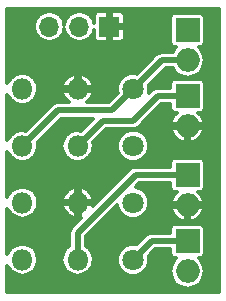
<source format=gbl>
G04 #@! TF.FileFunction,Copper,L2,Bot,Signal*
%FSLAX46Y46*%
G04 Gerber Fmt 4.6, Leading zero omitted, Abs format (unit mm)*
G04 Created by KiCad (PCBNEW 4.0.4-1.fc24-product) date Tue Jun 12 10:11:22 2018*
%MOMM*%
%LPD*%
G01*
G04 APERTURE LIST*
%ADD10C,0.100000*%
%ADD11O,1.998980X1.998980*%
%ADD12R,1.998980X1.998980*%
%ADD13O,1.800000X1.800000*%
%ADD14C,1.800000*%
%ADD15R,1.700000X1.700000*%
%ADD16O,1.700000X1.700000*%
%ADD17C,0.500000*%
%ADD18C,0.300000*%
G04 APERTURE END LIST*
D10*
D11*
X152800000Y-89400000D03*
D12*
X152800000Y-86860000D03*
D13*
X143500000Y-95900000D03*
D14*
X148200000Y-95900000D03*
D13*
X138800000Y-95900000D03*
D14*
X148200000Y-100730000D03*
D13*
X143500000Y-100730000D03*
X138800000Y-100730000D03*
D14*
X148200000Y-91100000D03*
D13*
X143500000Y-91100000D03*
X138800000Y-91100000D03*
D14*
X148200000Y-86300000D03*
D13*
X143500000Y-86300000D03*
X138800000Y-86300000D03*
D11*
X152800000Y-83840000D03*
D12*
X152800000Y-81300000D03*
D11*
X152800000Y-96100000D03*
D12*
X152800000Y-93560000D03*
D11*
X152800000Y-101700000D03*
D12*
X152800000Y-99160000D03*
D15*
X146180000Y-81000000D03*
D16*
X143640000Y-81000000D03*
X141100000Y-81000000D03*
D17*
X148153998Y-89000000D02*
X145600000Y-89000000D01*
X145600000Y-89000000D02*
X143500000Y-91100000D01*
X152800000Y-86860000D02*
X150293998Y-86860000D01*
X150293998Y-86860000D02*
X148153998Y-89000000D01*
X152800000Y-93560000D02*
X148393998Y-93560000D01*
X148393998Y-93560000D02*
X143500000Y-98453998D01*
X143500000Y-98453998D02*
X143500000Y-99457208D01*
X143500000Y-99457208D02*
X143500000Y-100730000D01*
X152800000Y-99160000D02*
X149770000Y-99160000D01*
X149770000Y-99160000D02*
X148200000Y-100730000D01*
X148200000Y-86300000D02*
X146400000Y-88100000D01*
X146400000Y-88100000D02*
X141800000Y-88100000D01*
X141800000Y-88100000D02*
X139699999Y-90200001D01*
X139699999Y-90200001D02*
X138800000Y-91100000D01*
X152800000Y-83840000D02*
X150660000Y-83840000D01*
X150660000Y-83840000D02*
X148200000Y-86300000D01*
X148400000Y-96100000D02*
X148200000Y-95900000D01*
D18*
G36*
X155475000Y-103475000D02*
X137525000Y-103475000D01*
X137525000Y-101240012D01*
X137526315Y-101246623D01*
X137818958Y-101684594D01*
X138256929Y-101977237D01*
X138773552Y-102080000D01*
X138826448Y-102080000D01*
X139343071Y-101977237D01*
X139781042Y-101684594D01*
X140073685Y-101246623D01*
X140176448Y-100730000D01*
X142123552Y-100730000D01*
X142226315Y-101246623D01*
X142518958Y-101684594D01*
X142956929Y-101977237D01*
X143473552Y-102080000D01*
X143526448Y-102080000D01*
X144043071Y-101977237D01*
X144481042Y-101684594D01*
X144773685Y-101246623D01*
X144823268Y-100997353D01*
X146849766Y-100997353D01*
X147054858Y-101493715D01*
X147434288Y-101873807D01*
X147930290Y-102079765D01*
X148467353Y-102080234D01*
X148963715Y-101875142D01*
X149343807Y-101495712D01*
X149549765Y-100999710D01*
X149550234Y-100462647D01*
X149523063Y-100396887D01*
X150059950Y-99860000D01*
X151341694Y-99860000D01*
X151341694Y-100159490D01*
X151373072Y-100326250D01*
X151471627Y-100479409D01*
X151622005Y-100582158D01*
X151800510Y-100618306D01*
X151817489Y-100618306D01*
X151775056Y-100646659D01*
X151460846Y-101116907D01*
X151350510Y-101671603D01*
X151350510Y-101728397D01*
X151460846Y-102283093D01*
X151775056Y-102753341D01*
X152245304Y-103067551D01*
X152800000Y-103177887D01*
X153354696Y-103067551D01*
X153824944Y-102753341D01*
X154139154Y-102283093D01*
X154249490Y-101728397D01*
X154249490Y-101671603D01*
X154139154Y-101116907D01*
X153824944Y-100646659D01*
X153782511Y-100618306D01*
X153799490Y-100618306D01*
X153966250Y-100586928D01*
X154119409Y-100488373D01*
X154222158Y-100337995D01*
X154258306Y-100159490D01*
X154258306Y-98160510D01*
X154226928Y-97993750D01*
X154128373Y-97840591D01*
X153977995Y-97737842D01*
X153799490Y-97701694D01*
X151800510Y-97701694D01*
X151633750Y-97733072D01*
X151480591Y-97831627D01*
X151377842Y-97982005D01*
X151341694Y-98160510D01*
X151341694Y-98460000D01*
X149770000Y-98460000D01*
X149502122Y-98513284D01*
X149502120Y-98513285D01*
X149502121Y-98513285D01*
X149275025Y-98665025D01*
X148533378Y-99406672D01*
X148469710Y-99380235D01*
X147932647Y-99379766D01*
X147436285Y-99584858D01*
X147056193Y-99964288D01*
X146850235Y-100460290D01*
X146849766Y-100997353D01*
X144823268Y-100997353D01*
X144876448Y-100730000D01*
X144773685Y-100213377D01*
X144481042Y-99775406D01*
X144200000Y-99587620D01*
X144200000Y-98743948D01*
X146849830Y-96094118D01*
X146849766Y-96167353D01*
X147054858Y-96663715D01*
X147434288Y-97043807D01*
X147930290Y-97249765D01*
X148467353Y-97250234D01*
X148963715Y-97045142D01*
X149343807Y-96665712D01*
X149423542Y-96473688D01*
X151399496Y-96473688D01*
X151649107Y-96981192D01*
X152073931Y-97354543D01*
X152426314Y-97500493D01*
X152650000Y-97428549D01*
X152650000Y-96250000D01*
X152950000Y-96250000D01*
X152950000Y-97428549D01*
X153173686Y-97500493D01*
X153526069Y-97354543D01*
X153950893Y-96981192D01*
X154200504Y-96473688D01*
X154129219Y-96250000D01*
X152950000Y-96250000D01*
X152650000Y-96250000D01*
X151470781Y-96250000D01*
X151399496Y-96473688D01*
X149423542Y-96473688D01*
X149549765Y-96169710D01*
X149550234Y-95632647D01*
X149345142Y-95136285D01*
X148965712Y-94756193D01*
X148469710Y-94550235D01*
X148393779Y-94550169D01*
X148683948Y-94260000D01*
X151341694Y-94260000D01*
X151341694Y-94559490D01*
X151373072Y-94726250D01*
X151471627Y-94879409D01*
X151622005Y-94982158D01*
X151800510Y-95018306D01*
X151877252Y-95018306D01*
X151649107Y-95218808D01*
X151399496Y-95726312D01*
X151470781Y-95950000D01*
X152650000Y-95950000D01*
X152650000Y-95930000D01*
X152950000Y-95930000D01*
X152950000Y-95950000D01*
X154129219Y-95950000D01*
X154200504Y-95726312D01*
X153950893Y-95218808D01*
X153722748Y-95018306D01*
X153799490Y-95018306D01*
X153966250Y-94986928D01*
X154119409Y-94888373D01*
X154222158Y-94737995D01*
X154258306Y-94559490D01*
X154258306Y-92560510D01*
X154226928Y-92393750D01*
X154128373Y-92240591D01*
X153977995Y-92137842D01*
X153799490Y-92101694D01*
X151800510Y-92101694D01*
X151633750Y-92133072D01*
X151480591Y-92231627D01*
X151377842Y-92382005D01*
X151341694Y-92560510D01*
X151341694Y-92860000D01*
X148393998Y-92860000D01*
X148126120Y-92913284D01*
X148126118Y-92913285D01*
X148126119Y-92913285D01*
X147899023Y-93065025D01*
X144776743Y-96187305D01*
X144728375Y-96050000D01*
X143650000Y-96050000D01*
X143650000Y-97129153D01*
X143787103Y-97176945D01*
X143005025Y-97959023D01*
X142853284Y-98186119D01*
X142853284Y-98186120D01*
X142800000Y-98453998D01*
X142800000Y-99587620D01*
X142518958Y-99775406D01*
X142226315Y-100213377D01*
X142123552Y-100730000D01*
X140176448Y-100730000D01*
X140073685Y-100213377D01*
X139781042Y-99775406D01*
X139343071Y-99482763D01*
X138826448Y-99380000D01*
X138773552Y-99380000D01*
X138256929Y-99482763D01*
X137818958Y-99775406D01*
X137526315Y-100213377D01*
X137525000Y-100219988D01*
X137525000Y-96410012D01*
X137526315Y-96416623D01*
X137818958Y-96854594D01*
X138256929Y-97147237D01*
X138773552Y-97250000D01*
X138826448Y-97250000D01*
X139343071Y-97147237D01*
X139781042Y-96854594D01*
X140073685Y-96416623D01*
X140105230Y-96258032D01*
X142198342Y-96258032D01*
X142326412Y-96567252D01*
X142671092Y-96965573D01*
X143141966Y-97201670D01*
X143350000Y-97129153D01*
X143350000Y-96050000D01*
X142271625Y-96050000D01*
X142198342Y-96258032D01*
X140105230Y-96258032D01*
X140176448Y-95900000D01*
X140105231Y-95541968D01*
X142198342Y-95541968D01*
X142271625Y-95750000D01*
X143350000Y-95750000D01*
X143350000Y-94670847D01*
X143650000Y-94670847D01*
X143650000Y-95750000D01*
X144728375Y-95750000D01*
X144801658Y-95541968D01*
X144673588Y-95232748D01*
X144328908Y-94834427D01*
X143858034Y-94598330D01*
X143650000Y-94670847D01*
X143350000Y-94670847D01*
X143141966Y-94598330D01*
X142671092Y-94834427D01*
X142326412Y-95232748D01*
X142198342Y-95541968D01*
X140105231Y-95541968D01*
X140073685Y-95383377D01*
X139781042Y-94945406D01*
X139343071Y-94652763D01*
X138826448Y-94550000D01*
X138773552Y-94550000D01*
X138256929Y-94652763D01*
X137818958Y-94945406D01*
X137526315Y-95383377D01*
X137525000Y-95389988D01*
X137525000Y-91610012D01*
X137526315Y-91616623D01*
X137818958Y-92054594D01*
X138256929Y-92347237D01*
X138773552Y-92450000D01*
X138826448Y-92450000D01*
X139343071Y-92347237D01*
X139781042Y-92054594D01*
X140073685Y-91616623D01*
X140176448Y-91100000D01*
X140112324Y-90777626D01*
X142089950Y-88800000D01*
X144810051Y-88800000D01*
X143804702Y-89805348D01*
X143526448Y-89750000D01*
X143473552Y-89750000D01*
X142956929Y-89852763D01*
X142518958Y-90145406D01*
X142226315Y-90583377D01*
X142123552Y-91100000D01*
X142226315Y-91616623D01*
X142518958Y-92054594D01*
X142956929Y-92347237D01*
X143473552Y-92450000D01*
X143526448Y-92450000D01*
X144043071Y-92347237D01*
X144481042Y-92054594D01*
X144773685Y-91616623D01*
X144823268Y-91367353D01*
X146849766Y-91367353D01*
X147054858Y-91863715D01*
X147434288Y-92243807D01*
X147930290Y-92449765D01*
X148467353Y-92450234D01*
X148963715Y-92245142D01*
X149343807Y-91865712D01*
X149549765Y-91369710D01*
X149550234Y-90832647D01*
X149345142Y-90336285D01*
X148965712Y-89956193D01*
X148526192Y-89773688D01*
X151399496Y-89773688D01*
X151649107Y-90281192D01*
X152073931Y-90654543D01*
X152426314Y-90800493D01*
X152650000Y-90728549D01*
X152650000Y-89550000D01*
X152950000Y-89550000D01*
X152950000Y-90728549D01*
X153173686Y-90800493D01*
X153526069Y-90654543D01*
X153950893Y-90281192D01*
X154200504Y-89773688D01*
X154129219Y-89550000D01*
X152950000Y-89550000D01*
X152650000Y-89550000D01*
X151470781Y-89550000D01*
X151399496Y-89773688D01*
X148526192Y-89773688D01*
X148469710Y-89750235D01*
X147932647Y-89749766D01*
X147436285Y-89954858D01*
X147056193Y-90334288D01*
X146850235Y-90830290D01*
X146849766Y-91367353D01*
X144823268Y-91367353D01*
X144876448Y-91100000D01*
X144812324Y-90777626D01*
X145889949Y-89700000D01*
X148153998Y-89700000D01*
X148421877Y-89646716D01*
X148648973Y-89494975D01*
X150583948Y-87560000D01*
X151341694Y-87560000D01*
X151341694Y-87859490D01*
X151373072Y-88026250D01*
X151471627Y-88179409D01*
X151622005Y-88282158D01*
X151800510Y-88318306D01*
X151877252Y-88318306D01*
X151649107Y-88518808D01*
X151399496Y-89026312D01*
X151470781Y-89250000D01*
X152650000Y-89250000D01*
X152650000Y-89230000D01*
X152950000Y-89230000D01*
X152950000Y-89250000D01*
X154129219Y-89250000D01*
X154200504Y-89026312D01*
X153950893Y-88518808D01*
X153722748Y-88318306D01*
X153799490Y-88318306D01*
X153966250Y-88286928D01*
X154119409Y-88188373D01*
X154222158Y-88037995D01*
X154258306Y-87859490D01*
X154258306Y-85860510D01*
X154226928Y-85693750D01*
X154128373Y-85540591D01*
X153977995Y-85437842D01*
X153799490Y-85401694D01*
X151800510Y-85401694D01*
X151633750Y-85433072D01*
X151480591Y-85531627D01*
X151377842Y-85682005D01*
X151341694Y-85860510D01*
X151341694Y-86160000D01*
X150293998Y-86160000D01*
X150026119Y-86213284D01*
X149799023Y-86365025D01*
X149518114Y-86645934D01*
X149549765Y-86569710D01*
X149550234Y-86032647D01*
X149523063Y-85966887D01*
X150949949Y-84540000D01*
X151538961Y-84540000D01*
X151775056Y-84893341D01*
X152245304Y-85207551D01*
X152800000Y-85317887D01*
X153354696Y-85207551D01*
X153824944Y-84893341D01*
X154139154Y-84423093D01*
X154249490Y-83868397D01*
X154249490Y-83811603D01*
X154139154Y-83256907D01*
X153824944Y-82786659D01*
X153782511Y-82758306D01*
X153799490Y-82758306D01*
X153966250Y-82726928D01*
X154119409Y-82628373D01*
X154222158Y-82477995D01*
X154258306Y-82299490D01*
X154258306Y-80300510D01*
X154226928Y-80133750D01*
X154128373Y-79980591D01*
X153977995Y-79877842D01*
X153799490Y-79841694D01*
X151800510Y-79841694D01*
X151633750Y-79873072D01*
X151480591Y-79971627D01*
X151377842Y-80122005D01*
X151341694Y-80300510D01*
X151341694Y-82299490D01*
X151373072Y-82466250D01*
X151471627Y-82619409D01*
X151622005Y-82722158D01*
X151800510Y-82758306D01*
X151817489Y-82758306D01*
X151775056Y-82786659D01*
X151538961Y-83140000D01*
X150660000Y-83140000D01*
X150392122Y-83193284D01*
X150165025Y-83345025D01*
X150165023Y-83345028D01*
X148533378Y-84976672D01*
X148469710Y-84950235D01*
X147932647Y-84949766D01*
X147436285Y-85154858D01*
X147056193Y-85534288D01*
X146850235Y-86030290D01*
X146849766Y-86567353D01*
X146876937Y-86633113D01*
X146110050Y-87400000D01*
X144260246Y-87400000D01*
X144328908Y-87365573D01*
X144673588Y-86967252D01*
X144801658Y-86658032D01*
X144728375Y-86450000D01*
X143650000Y-86450000D01*
X143650000Y-86470000D01*
X143350000Y-86470000D01*
X143350000Y-86450000D01*
X142271625Y-86450000D01*
X142198342Y-86658032D01*
X142326412Y-86967252D01*
X142671092Y-87365573D01*
X142739754Y-87400000D01*
X141800000Y-87400000D01*
X141532121Y-87453284D01*
X141305025Y-87605025D01*
X139104702Y-89805348D01*
X138826448Y-89750000D01*
X138773552Y-89750000D01*
X138256929Y-89852763D01*
X137818958Y-90145406D01*
X137526315Y-90583377D01*
X137525000Y-90589988D01*
X137525000Y-86810012D01*
X137526315Y-86816623D01*
X137818958Y-87254594D01*
X138256929Y-87547237D01*
X138773552Y-87650000D01*
X138826448Y-87650000D01*
X139343071Y-87547237D01*
X139781042Y-87254594D01*
X140073685Y-86816623D01*
X140176448Y-86300000D01*
X140105231Y-85941968D01*
X142198342Y-85941968D01*
X142271625Y-86150000D01*
X143350000Y-86150000D01*
X143350000Y-85070847D01*
X143650000Y-85070847D01*
X143650000Y-86150000D01*
X144728375Y-86150000D01*
X144801658Y-85941968D01*
X144673588Y-85632748D01*
X144328908Y-85234427D01*
X143858034Y-84998330D01*
X143650000Y-85070847D01*
X143350000Y-85070847D01*
X143141966Y-84998330D01*
X142671092Y-85234427D01*
X142326412Y-85632748D01*
X142198342Y-85941968D01*
X140105231Y-85941968D01*
X140073685Y-85783377D01*
X139781042Y-85345406D01*
X139343071Y-85052763D01*
X138826448Y-84950000D01*
X138773552Y-84950000D01*
X138256929Y-85052763D01*
X137818958Y-85345406D01*
X137526315Y-85783377D01*
X137525000Y-85789988D01*
X137525000Y-80974531D01*
X139800000Y-80974531D01*
X139800000Y-81025469D01*
X139898957Y-81522957D01*
X140180761Y-81944708D01*
X140602512Y-82226512D01*
X141100000Y-82325469D01*
X141597488Y-82226512D01*
X142019239Y-81944708D01*
X142301043Y-81522957D01*
X142370000Y-81176288D01*
X142438957Y-81522957D01*
X142720761Y-81944708D01*
X143142512Y-82226512D01*
X143640000Y-82325469D01*
X144137488Y-82226512D01*
X144559239Y-81944708D01*
X144841043Y-81522957D01*
X144880000Y-81327108D01*
X144880000Y-81939511D01*
X144948509Y-82104905D01*
X145075096Y-82231492D01*
X145240490Y-82300000D01*
X145917500Y-82300000D01*
X146030000Y-82187500D01*
X146030000Y-81150000D01*
X146330000Y-81150000D01*
X146330000Y-82187500D01*
X146442500Y-82300000D01*
X147119510Y-82300000D01*
X147284904Y-82231492D01*
X147411491Y-82104905D01*
X147480000Y-81939511D01*
X147480000Y-81262500D01*
X147367500Y-81150000D01*
X146330000Y-81150000D01*
X146030000Y-81150000D01*
X146010000Y-81150000D01*
X146010000Y-80850000D01*
X146030000Y-80850000D01*
X146030000Y-79812500D01*
X146330000Y-79812500D01*
X146330000Y-80850000D01*
X147367500Y-80850000D01*
X147480000Y-80737500D01*
X147480000Y-80060489D01*
X147411491Y-79895095D01*
X147284904Y-79768508D01*
X147119510Y-79700000D01*
X146442500Y-79700000D01*
X146330000Y-79812500D01*
X146030000Y-79812500D01*
X145917500Y-79700000D01*
X145240490Y-79700000D01*
X145075096Y-79768508D01*
X144948509Y-79895095D01*
X144880000Y-80060489D01*
X144880000Y-80672892D01*
X144841043Y-80477043D01*
X144559239Y-80055292D01*
X144137488Y-79773488D01*
X143640000Y-79674531D01*
X143142512Y-79773488D01*
X142720761Y-80055292D01*
X142438957Y-80477043D01*
X142370000Y-80823712D01*
X142301043Y-80477043D01*
X142019239Y-80055292D01*
X141597488Y-79773488D01*
X141100000Y-79674531D01*
X140602512Y-79773488D01*
X140180761Y-80055292D01*
X139898957Y-80477043D01*
X139800000Y-80974531D01*
X137525000Y-80974531D01*
X137525000Y-79525000D01*
X155475000Y-79525000D01*
X155475000Y-103475000D01*
X155475000Y-103475000D01*
G37*
X155475000Y-103475000D02*
X137525000Y-103475000D01*
X137525000Y-101240012D01*
X137526315Y-101246623D01*
X137818958Y-101684594D01*
X138256929Y-101977237D01*
X138773552Y-102080000D01*
X138826448Y-102080000D01*
X139343071Y-101977237D01*
X139781042Y-101684594D01*
X140073685Y-101246623D01*
X140176448Y-100730000D01*
X142123552Y-100730000D01*
X142226315Y-101246623D01*
X142518958Y-101684594D01*
X142956929Y-101977237D01*
X143473552Y-102080000D01*
X143526448Y-102080000D01*
X144043071Y-101977237D01*
X144481042Y-101684594D01*
X144773685Y-101246623D01*
X144823268Y-100997353D01*
X146849766Y-100997353D01*
X147054858Y-101493715D01*
X147434288Y-101873807D01*
X147930290Y-102079765D01*
X148467353Y-102080234D01*
X148963715Y-101875142D01*
X149343807Y-101495712D01*
X149549765Y-100999710D01*
X149550234Y-100462647D01*
X149523063Y-100396887D01*
X150059950Y-99860000D01*
X151341694Y-99860000D01*
X151341694Y-100159490D01*
X151373072Y-100326250D01*
X151471627Y-100479409D01*
X151622005Y-100582158D01*
X151800510Y-100618306D01*
X151817489Y-100618306D01*
X151775056Y-100646659D01*
X151460846Y-101116907D01*
X151350510Y-101671603D01*
X151350510Y-101728397D01*
X151460846Y-102283093D01*
X151775056Y-102753341D01*
X152245304Y-103067551D01*
X152800000Y-103177887D01*
X153354696Y-103067551D01*
X153824944Y-102753341D01*
X154139154Y-102283093D01*
X154249490Y-101728397D01*
X154249490Y-101671603D01*
X154139154Y-101116907D01*
X153824944Y-100646659D01*
X153782511Y-100618306D01*
X153799490Y-100618306D01*
X153966250Y-100586928D01*
X154119409Y-100488373D01*
X154222158Y-100337995D01*
X154258306Y-100159490D01*
X154258306Y-98160510D01*
X154226928Y-97993750D01*
X154128373Y-97840591D01*
X153977995Y-97737842D01*
X153799490Y-97701694D01*
X151800510Y-97701694D01*
X151633750Y-97733072D01*
X151480591Y-97831627D01*
X151377842Y-97982005D01*
X151341694Y-98160510D01*
X151341694Y-98460000D01*
X149770000Y-98460000D01*
X149502122Y-98513284D01*
X149502120Y-98513285D01*
X149502121Y-98513285D01*
X149275025Y-98665025D01*
X148533378Y-99406672D01*
X148469710Y-99380235D01*
X147932647Y-99379766D01*
X147436285Y-99584858D01*
X147056193Y-99964288D01*
X146850235Y-100460290D01*
X146849766Y-100997353D01*
X144823268Y-100997353D01*
X144876448Y-100730000D01*
X144773685Y-100213377D01*
X144481042Y-99775406D01*
X144200000Y-99587620D01*
X144200000Y-98743948D01*
X146849830Y-96094118D01*
X146849766Y-96167353D01*
X147054858Y-96663715D01*
X147434288Y-97043807D01*
X147930290Y-97249765D01*
X148467353Y-97250234D01*
X148963715Y-97045142D01*
X149343807Y-96665712D01*
X149423542Y-96473688D01*
X151399496Y-96473688D01*
X151649107Y-96981192D01*
X152073931Y-97354543D01*
X152426314Y-97500493D01*
X152650000Y-97428549D01*
X152650000Y-96250000D01*
X152950000Y-96250000D01*
X152950000Y-97428549D01*
X153173686Y-97500493D01*
X153526069Y-97354543D01*
X153950893Y-96981192D01*
X154200504Y-96473688D01*
X154129219Y-96250000D01*
X152950000Y-96250000D01*
X152650000Y-96250000D01*
X151470781Y-96250000D01*
X151399496Y-96473688D01*
X149423542Y-96473688D01*
X149549765Y-96169710D01*
X149550234Y-95632647D01*
X149345142Y-95136285D01*
X148965712Y-94756193D01*
X148469710Y-94550235D01*
X148393779Y-94550169D01*
X148683948Y-94260000D01*
X151341694Y-94260000D01*
X151341694Y-94559490D01*
X151373072Y-94726250D01*
X151471627Y-94879409D01*
X151622005Y-94982158D01*
X151800510Y-95018306D01*
X151877252Y-95018306D01*
X151649107Y-95218808D01*
X151399496Y-95726312D01*
X151470781Y-95950000D01*
X152650000Y-95950000D01*
X152650000Y-95930000D01*
X152950000Y-95930000D01*
X152950000Y-95950000D01*
X154129219Y-95950000D01*
X154200504Y-95726312D01*
X153950893Y-95218808D01*
X153722748Y-95018306D01*
X153799490Y-95018306D01*
X153966250Y-94986928D01*
X154119409Y-94888373D01*
X154222158Y-94737995D01*
X154258306Y-94559490D01*
X154258306Y-92560510D01*
X154226928Y-92393750D01*
X154128373Y-92240591D01*
X153977995Y-92137842D01*
X153799490Y-92101694D01*
X151800510Y-92101694D01*
X151633750Y-92133072D01*
X151480591Y-92231627D01*
X151377842Y-92382005D01*
X151341694Y-92560510D01*
X151341694Y-92860000D01*
X148393998Y-92860000D01*
X148126120Y-92913284D01*
X148126118Y-92913285D01*
X148126119Y-92913285D01*
X147899023Y-93065025D01*
X144776743Y-96187305D01*
X144728375Y-96050000D01*
X143650000Y-96050000D01*
X143650000Y-97129153D01*
X143787103Y-97176945D01*
X143005025Y-97959023D01*
X142853284Y-98186119D01*
X142853284Y-98186120D01*
X142800000Y-98453998D01*
X142800000Y-99587620D01*
X142518958Y-99775406D01*
X142226315Y-100213377D01*
X142123552Y-100730000D01*
X140176448Y-100730000D01*
X140073685Y-100213377D01*
X139781042Y-99775406D01*
X139343071Y-99482763D01*
X138826448Y-99380000D01*
X138773552Y-99380000D01*
X138256929Y-99482763D01*
X137818958Y-99775406D01*
X137526315Y-100213377D01*
X137525000Y-100219988D01*
X137525000Y-96410012D01*
X137526315Y-96416623D01*
X137818958Y-96854594D01*
X138256929Y-97147237D01*
X138773552Y-97250000D01*
X138826448Y-97250000D01*
X139343071Y-97147237D01*
X139781042Y-96854594D01*
X140073685Y-96416623D01*
X140105230Y-96258032D01*
X142198342Y-96258032D01*
X142326412Y-96567252D01*
X142671092Y-96965573D01*
X143141966Y-97201670D01*
X143350000Y-97129153D01*
X143350000Y-96050000D01*
X142271625Y-96050000D01*
X142198342Y-96258032D01*
X140105230Y-96258032D01*
X140176448Y-95900000D01*
X140105231Y-95541968D01*
X142198342Y-95541968D01*
X142271625Y-95750000D01*
X143350000Y-95750000D01*
X143350000Y-94670847D01*
X143650000Y-94670847D01*
X143650000Y-95750000D01*
X144728375Y-95750000D01*
X144801658Y-95541968D01*
X144673588Y-95232748D01*
X144328908Y-94834427D01*
X143858034Y-94598330D01*
X143650000Y-94670847D01*
X143350000Y-94670847D01*
X143141966Y-94598330D01*
X142671092Y-94834427D01*
X142326412Y-95232748D01*
X142198342Y-95541968D01*
X140105231Y-95541968D01*
X140073685Y-95383377D01*
X139781042Y-94945406D01*
X139343071Y-94652763D01*
X138826448Y-94550000D01*
X138773552Y-94550000D01*
X138256929Y-94652763D01*
X137818958Y-94945406D01*
X137526315Y-95383377D01*
X137525000Y-95389988D01*
X137525000Y-91610012D01*
X137526315Y-91616623D01*
X137818958Y-92054594D01*
X138256929Y-92347237D01*
X138773552Y-92450000D01*
X138826448Y-92450000D01*
X139343071Y-92347237D01*
X139781042Y-92054594D01*
X140073685Y-91616623D01*
X140176448Y-91100000D01*
X140112324Y-90777626D01*
X142089950Y-88800000D01*
X144810051Y-88800000D01*
X143804702Y-89805348D01*
X143526448Y-89750000D01*
X143473552Y-89750000D01*
X142956929Y-89852763D01*
X142518958Y-90145406D01*
X142226315Y-90583377D01*
X142123552Y-91100000D01*
X142226315Y-91616623D01*
X142518958Y-92054594D01*
X142956929Y-92347237D01*
X143473552Y-92450000D01*
X143526448Y-92450000D01*
X144043071Y-92347237D01*
X144481042Y-92054594D01*
X144773685Y-91616623D01*
X144823268Y-91367353D01*
X146849766Y-91367353D01*
X147054858Y-91863715D01*
X147434288Y-92243807D01*
X147930290Y-92449765D01*
X148467353Y-92450234D01*
X148963715Y-92245142D01*
X149343807Y-91865712D01*
X149549765Y-91369710D01*
X149550234Y-90832647D01*
X149345142Y-90336285D01*
X148965712Y-89956193D01*
X148526192Y-89773688D01*
X151399496Y-89773688D01*
X151649107Y-90281192D01*
X152073931Y-90654543D01*
X152426314Y-90800493D01*
X152650000Y-90728549D01*
X152650000Y-89550000D01*
X152950000Y-89550000D01*
X152950000Y-90728549D01*
X153173686Y-90800493D01*
X153526069Y-90654543D01*
X153950893Y-90281192D01*
X154200504Y-89773688D01*
X154129219Y-89550000D01*
X152950000Y-89550000D01*
X152650000Y-89550000D01*
X151470781Y-89550000D01*
X151399496Y-89773688D01*
X148526192Y-89773688D01*
X148469710Y-89750235D01*
X147932647Y-89749766D01*
X147436285Y-89954858D01*
X147056193Y-90334288D01*
X146850235Y-90830290D01*
X146849766Y-91367353D01*
X144823268Y-91367353D01*
X144876448Y-91100000D01*
X144812324Y-90777626D01*
X145889949Y-89700000D01*
X148153998Y-89700000D01*
X148421877Y-89646716D01*
X148648973Y-89494975D01*
X150583948Y-87560000D01*
X151341694Y-87560000D01*
X151341694Y-87859490D01*
X151373072Y-88026250D01*
X151471627Y-88179409D01*
X151622005Y-88282158D01*
X151800510Y-88318306D01*
X151877252Y-88318306D01*
X151649107Y-88518808D01*
X151399496Y-89026312D01*
X151470781Y-89250000D01*
X152650000Y-89250000D01*
X152650000Y-89230000D01*
X152950000Y-89230000D01*
X152950000Y-89250000D01*
X154129219Y-89250000D01*
X154200504Y-89026312D01*
X153950893Y-88518808D01*
X153722748Y-88318306D01*
X153799490Y-88318306D01*
X153966250Y-88286928D01*
X154119409Y-88188373D01*
X154222158Y-88037995D01*
X154258306Y-87859490D01*
X154258306Y-85860510D01*
X154226928Y-85693750D01*
X154128373Y-85540591D01*
X153977995Y-85437842D01*
X153799490Y-85401694D01*
X151800510Y-85401694D01*
X151633750Y-85433072D01*
X151480591Y-85531627D01*
X151377842Y-85682005D01*
X151341694Y-85860510D01*
X151341694Y-86160000D01*
X150293998Y-86160000D01*
X150026119Y-86213284D01*
X149799023Y-86365025D01*
X149518114Y-86645934D01*
X149549765Y-86569710D01*
X149550234Y-86032647D01*
X149523063Y-85966887D01*
X150949949Y-84540000D01*
X151538961Y-84540000D01*
X151775056Y-84893341D01*
X152245304Y-85207551D01*
X152800000Y-85317887D01*
X153354696Y-85207551D01*
X153824944Y-84893341D01*
X154139154Y-84423093D01*
X154249490Y-83868397D01*
X154249490Y-83811603D01*
X154139154Y-83256907D01*
X153824944Y-82786659D01*
X153782511Y-82758306D01*
X153799490Y-82758306D01*
X153966250Y-82726928D01*
X154119409Y-82628373D01*
X154222158Y-82477995D01*
X154258306Y-82299490D01*
X154258306Y-80300510D01*
X154226928Y-80133750D01*
X154128373Y-79980591D01*
X153977995Y-79877842D01*
X153799490Y-79841694D01*
X151800510Y-79841694D01*
X151633750Y-79873072D01*
X151480591Y-79971627D01*
X151377842Y-80122005D01*
X151341694Y-80300510D01*
X151341694Y-82299490D01*
X151373072Y-82466250D01*
X151471627Y-82619409D01*
X151622005Y-82722158D01*
X151800510Y-82758306D01*
X151817489Y-82758306D01*
X151775056Y-82786659D01*
X151538961Y-83140000D01*
X150660000Y-83140000D01*
X150392122Y-83193284D01*
X150165025Y-83345025D01*
X150165023Y-83345028D01*
X148533378Y-84976672D01*
X148469710Y-84950235D01*
X147932647Y-84949766D01*
X147436285Y-85154858D01*
X147056193Y-85534288D01*
X146850235Y-86030290D01*
X146849766Y-86567353D01*
X146876937Y-86633113D01*
X146110050Y-87400000D01*
X144260246Y-87400000D01*
X144328908Y-87365573D01*
X144673588Y-86967252D01*
X144801658Y-86658032D01*
X144728375Y-86450000D01*
X143650000Y-86450000D01*
X143650000Y-86470000D01*
X143350000Y-86470000D01*
X143350000Y-86450000D01*
X142271625Y-86450000D01*
X142198342Y-86658032D01*
X142326412Y-86967252D01*
X142671092Y-87365573D01*
X142739754Y-87400000D01*
X141800000Y-87400000D01*
X141532121Y-87453284D01*
X141305025Y-87605025D01*
X139104702Y-89805348D01*
X138826448Y-89750000D01*
X138773552Y-89750000D01*
X138256929Y-89852763D01*
X137818958Y-90145406D01*
X137526315Y-90583377D01*
X137525000Y-90589988D01*
X137525000Y-86810012D01*
X137526315Y-86816623D01*
X137818958Y-87254594D01*
X138256929Y-87547237D01*
X138773552Y-87650000D01*
X138826448Y-87650000D01*
X139343071Y-87547237D01*
X139781042Y-87254594D01*
X140073685Y-86816623D01*
X140176448Y-86300000D01*
X140105231Y-85941968D01*
X142198342Y-85941968D01*
X142271625Y-86150000D01*
X143350000Y-86150000D01*
X143350000Y-85070847D01*
X143650000Y-85070847D01*
X143650000Y-86150000D01*
X144728375Y-86150000D01*
X144801658Y-85941968D01*
X144673588Y-85632748D01*
X144328908Y-85234427D01*
X143858034Y-84998330D01*
X143650000Y-85070847D01*
X143350000Y-85070847D01*
X143141966Y-84998330D01*
X142671092Y-85234427D01*
X142326412Y-85632748D01*
X142198342Y-85941968D01*
X140105231Y-85941968D01*
X140073685Y-85783377D01*
X139781042Y-85345406D01*
X139343071Y-85052763D01*
X138826448Y-84950000D01*
X138773552Y-84950000D01*
X138256929Y-85052763D01*
X137818958Y-85345406D01*
X137526315Y-85783377D01*
X137525000Y-85789988D01*
X137525000Y-80974531D01*
X139800000Y-80974531D01*
X139800000Y-81025469D01*
X139898957Y-81522957D01*
X140180761Y-81944708D01*
X140602512Y-82226512D01*
X141100000Y-82325469D01*
X141597488Y-82226512D01*
X142019239Y-81944708D01*
X142301043Y-81522957D01*
X142370000Y-81176288D01*
X142438957Y-81522957D01*
X142720761Y-81944708D01*
X143142512Y-82226512D01*
X143640000Y-82325469D01*
X144137488Y-82226512D01*
X144559239Y-81944708D01*
X144841043Y-81522957D01*
X144880000Y-81327108D01*
X144880000Y-81939511D01*
X144948509Y-82104905D01*
X145075096Y-82231492D01*
X145240490Y-82300000D01*
X145917500Y-82300000D01*
X146030000Y-82187500D01*
X146030000Y-81150000D01*
X146330000Y-81150000D01*
X146330000Y-82187500D01*
X146442500Y-82300000D01*
X147119510Y-82300000D01*
X147284904Y-82231492D01*
X147411491Y-82104905D01*
X147480000Y-81939511D01*
X147480000Y-81262500D01*
X147367500Y-81150000D01*
X146330000Y-81150000D01*
X146030000Y-81150000D01*
X146010000Y-81150000D01*
X146010000Y-80850000D01*
X146030000Y-80850000D01*
X146030000Y-79812500D01*
X146330000Y-79812500D01*
X146330000Y-80850000D01*
X147367500Y-80850000D01*
X147480000Y-80737500D01*
X147480000Y-80060489D01*
X147411491Y-79895095D01*
X147284904Y-79768508D01*
X147119510Y-79700000D01*
X146442500Y-79700000D01*
X146330000Y-79812500D01*
X146030000Y-79812500D01*
X145917500Y-79700000D01*
X145240490Y-79700000D01*
X145075096Y-79768508D01*
X144948509Y-79895095D01*
X144880000Y-80060489D01*
X144880000Y-80672892D01*
X144841043Y-80477043D01*
X144559239Y-80055292D01*
X144137488Y-79773488D01*
X143640000Y-79674531D01*
X143142512Y-79773488D01*
X142720761Y-80055292D01*
X142438957Y-80477043D01*
X142370000Y-80823712D01*
X142301043Y-80477043D01*
X142019239Y-80055292D01*
X141597488Y-79773488D01*
X141100000Y-79674531D01*
X140602512Y-79773488D01*
X140180761Y-80055292D01*
X139898957Y-80477043D01*
X139800000Y-80974531D01*
X137525000Y-80974531D01*
X137525000Y-79525000D01*
X155475000Y-79525000D01*
X155475000Y-103475000D01*
M02*

</source>
